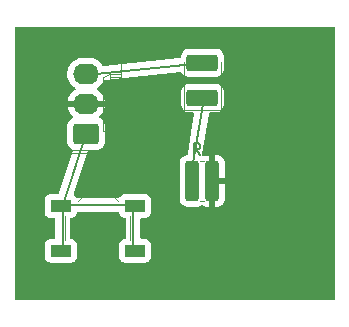
<source format=gbr>
%TF.GenerationSoftware,KiCad,Pcbnew,7.0.5*%
%TF.CreationDate,2024-03-26T08:13:49-07:00*%
%TF.ProjectId,Trial2,54726961-6c32-42e6-9b69-6361645f7063,rev?*%
%TF.SameCoordinates,Original*%
%TF.FileFunction,Profile,NP*%
%FSLAX46Y46*%
G04 Gerber Fmt 4.6, Leading zero omitted, Abs format (unit mm)*
G04 Created by KiCad (PCBNEW 7.0.5) date 2024-03-26 08:13:49*
%MOMM*%
%LPD*%
G01*
G04 APERTURE LIST*
G04 Aperture macros list*
%AMRoundRect*
0 Rectangle with rounded corners*
0 $1 Rounding radius*
0 $2 $3 $4 $5 $6 $7 $8 $9 X,Y pos of 4 corners*
0 Add a 4 corners polygon primitive as box body*
4,1,4,$2,$3,$4,$5,$6,$7,$8,$9,$2,$3,0*
0 Add four circle primitives for the rounded corners*
1,1,$1+$1,$2,$3*
1,1,$1+$1,$4,$5*
1,1,$1+$1,$6,$7*
1,1,$1+$1,$8,$9*
0 Add four rect primitives between the rounded corners*
20,1,$1+$1,$2,$3,$4,$5,0*
20,1,$1+$1,$4,$5,$6,$7,0*
20,1,$1+$1,$6,$7,$8,$9,0*
20,1,$1+$1,$8,$9,$2,$3,0*%
G04 Aperture macros list end*
%TA.AperFunction,Profile*%
%ADD10C,0.100000*%
%TD*%
%TA.AperFunction,NonConductor*%
%ADD11C,0.200000*%
%TD*%
%TA.AperFunction,SMDPad,CuDef*%
%ADD12R,1.700000X1.000000*%
%TD*%
%TA.AperFunction,SMDPad,CuDef*%
%ADD13RoundRect,0.250001X1.074999X-0.462499X1.074999X0.462499X-1.074999X0.462499X-1.074999X-0.462499X0*%
%TD*%
%TA.AperFunction,ComponentPad*%
%ADD14RoundRect,0.250000X0.845000X-0.620000X0.845000X0.620000X-0.845000X0.620000X-0.845000X-0.620000X0*%
%TD*%
%TA.AperFunction,ComponentPad*%
%ADD15O,2.190000X1.740000*%
%TD*%
%TA.AperFunction,SMDPad,CuDef*%
%ADD16RoundRect,0.250000X-0.337500X-1.450000X0.337500X-1.450000X0.337500X1.450000X-0.337500X1.450000X0*%
%TD*%
%ADD17C,0.300000*%
%ADD18C,0.150000*%
%ADD19C,0.120000*%
G04 APERTURE END LIST*
D10*
X127000000Y-102000000D02*
X154000000Y-102000000D01*
X154000000Y-125000000D01*
X127000000Y-125000000D01*
X127000000Y-102000000D01*
D11*
X137000000Y-121000000D02*
X137000000Y-117000000D01*
X133000000Y-111000000D02*
X131000000Y-117000000D01*
X142000000Y-114000000D02*
X143000000Y-108000000D01*
X131000000Y-117000000D02*
X131000000Y-121000000D01*
X143000000Y-105000000D02*
X133000000Y-106000000D01*
X143000000Y-108000000D02*
X142000000Y-108000000D01*
X137000000Y-117000000D02*
X131000000Y-117000000D01*
D12*
%TO.P,S1,1*%
%TO.N,Net-(J1-Pin_1)*%
X130850000Y-117100000D03*
X137150000Y-117100000D03*
%TO.P,S1,2*%
X130850000Y-120900000D03*
X137150000Y-120900000D03*
%TD*%
D13*
%TO.P,D1,1,K*%
%TO.N,Net-(D1-K)*%
X142837500Y-107975000D03*
%TO.P,D1,2,A*%
%TO.N,+3.3V*%
X142837500Y-105000000D03*
%TD*%
D14*
%TO.P,J1,1,Pin_1*%
%TO.N,Net-(J1-Pin_1)*%
X133000000Y-111000000D03*
D15*
%TO.P,J1,2,Pin_2*%
%TO.N,GND*%
X133000000Y-108460000D03*
%TO.P,J1,3,Pin_3*%
%TO.N,+3.3V*%
X133000000Y-105920000D03*
%TD*%
D16*
%TO.P,R1,1*%
%TO.N,Net-(D1-K)*%
X142000000Y-115000000D03*
%TO.P,R1,2*%
%TO.N,GND*%
X143675000Y-115000000D03*
%TD*%
%TA.AperFunction,Conductor*%
%TO.N,GND*%
G36*
X153942539Y-102020185D02*
G01*
X153988294Y-102072989D01*
X153999500Y-102124500D01*
X153999500Y-124875500D01*
X153979815Y-124942539D01*
X153927011Y-124988294D01*
X153875500Y-124999500D01*
X127124500Y-124999500D01*
X127057461Y-124979815D01*
X127011706Y-124927011D01*
X127000500Y-124875500D01*
X127000500Y-121447870D01*
X129499500Y-121447870D01*
X129499501Y-121447876D01*
X129505908Y-121507483D01*
X129556202Y-121642328D01*
X129556206Y-121642335D01*
X129642452Y-121757544D01*
X129642455Y-121757547D01*
X129757664Y-121843793D01*
X129757671Y-121843797D01*
X129892517Y-121894091D01*
X129892516Y-121894091D01*
X129899444Y-121894835D01*
X129952127Y-121900500D01*
X131747872Y-121900499D01*
X131807483Y-121894091D01*
X131942331Y-121843796D01*
X132057546Y-121757546D01*
X132143796Y-121642331D01*
X132194091Y-121507483D01*
X132200500Y-121447873D01*
X132200499Y-120352128D01*
X132194091Y-120292517D01*
X132143796Y-120157669D01*
X132143795Y-120157668D01*
X132143793Y-120157664D01*
X132057547Y-120042455D01*
X132057544Y-120042452D01*
X131942335Y-119956206D01*
X131942328Y-119956202D01*
X131807482Y-119905908D01*
X131807483Y-119905908D01*
X131747883Y-119899501D01*
X131747881Y-119899500D01*
X131747873Y-119899500D01*
X131747865Y-119899500D01*
X131724500Y-119899500D01*
X131657461Y-119879815D01*
X131611706Y-119827011D01*
X131600500Y-119775500D01*
X131600500Y-118224499D01*
X131620185Y-118157460D01*
X131672989Y-118111705D01*
X131724500Y-118100499D01*
X131747871Y-118100499D01*
X131747872Y-118100499D01*
X131807483Y-118094091D01*
X131942331Y-118043796D01*
X132057546Y-117957546D01*
X132143796Y-117842331D01*
X132194091Y-117707483D01*
X132194091Y-117707481D01*
X132195874Y-117699938D01*
X132198146Y-117700474D01*
X132220429Y-117646688D01*
X132277823Y-117606843D01*
X132316976Y-117600500D01*
X135683023Y-117600500D01*
X135750062Y-117620185D01*
X135795817Y-117672989D01*
X135803266Y-117700134D01*
X135804124Y-117699932D01*
X135805907Y-117707479D01*
X135856202Y-117842328D01*
X135856206Y-117842335D01*
X135942452Y-117957544D01*
X135942455Y-117957547D01*
X136057664Y-118043793D01*
X136057671Y-118043797D01*
X136102618Y-118060560D01*
X136192517Y-118094091D01*
X136252127Y-118100500D01*
X136275497Y-118100499D01*
X136342536Y-118120181D01*
X136388292Y-118172983D01*
X136399500Y-118224499D01*
X136399500Y-119775500D01*
X136379815Y-119842539D01*
X136327011Y-119888294D01*
X136275505Y-119899500D01*
X136252132Y-119899500D01*
X136252123Y-119899501D01*
X136192516Y-119905908D01*
X136057671Y-119956202D01*
X136057664Y-119956206D01*
X135942455Y-120042452D01*
X135942452Y-120042455D01*
X135856206Y-120157664D01*
X135856202Y-120157671D01*
X135805908Y-120292517D01*
X135799501Y-120352116D01*
X135799501Y-120352123D01*
X135799500Y-120352135D01*
X135799500Y-121447870D01*
X135799501Y-121447876D01*
X135805908Y-121507483D01*
X135856202Y-121642328D01*
X135856206Y-121642335D01*
X135942452Y-121757544D01*
X135942455Y-121757547D01*
X136057664Y-121843793D01*
X136057671Y-121843797D01*
X136192517Y-121894091D01*
X136192516Y-121894091D01*
X136199444Y-121894835D01*
X136252127Y-121900500D01*
X138047872Y-121900499D01*
X138107483Y-121894091D01*
X138242331Y-121843796D01*
X138357546Y-121757546D01*
X138443796Y-121642331D01*
X138494091Y-121507483D01*
X138500500Y-121447873D01*
X138500499Y-120352128D01*
X138494091Y-120292517D01*
X138443796Y-120157669D01*
X138443795Y-120157668D01*
X138443793Y-120157664D01*
X138357547Y-120042455D01*
X138357544Y-120042452D01*
X138242335Y-119956206D01*
X138242328Y-119956202D01*
X138107482Y-119905908D01*
X138107483Y-119905908D01*
X138047883Y-119899501D01*
X138047881Y-119899500D01*
X138047873Y-119899500D01*
X138047865Y-119899500D01*
X137724500Y-119899500D01*
X137657461Y-119879815D01*
X137611706Y-119827011D01*
X137600500Y-119775500D01*
X137600500Y-118224499D01*
X137620185Y-118157460D01*
X137672989Y-118111705D01*
X137724500Y-118100499D01*
X138047871Y-118100499D01*
X138047872Y-118100499D01*
X138107483Y-118094091D01*
X138242331Y-118043796D01*
X138357546Y-117957546D01*
X138443796Y-117842331D01*
X138494091Y-117707483D01*
X138500500Y-117647873D01*
X138500499Y-116552128D01*
X138494896Y-116500001D01*
X140912000Y-116500001D01*
X140912001Y-116500018D01*
X140922500Y-116602796D01*
X140922501Y-116602799D01*
X140977615Y-116769119D01*
X140977686Y-116769334D01*
X141069788Y-116918656D01*
X141193844Y-117042712D01*
X141343166Y-117134814D01*
X141509703Y-117189999D01*
X141612491Y-117200500D01*
X142387508Y-117200499D01*
X142387516Y-117200498D01*
X142387519Y-117200498D01*
X142443802Y-117194748D01*
X142490297Y-117189999D01*
X142656834Y-117134814D01*
X142772882Y-117063234D01*
X142840271Y-117044796D01*
X142903073Y-117063237D01*
X143018369Y-117134353D01*
X143018380Y-117134358D01*
X143184802Y-117189505D01*
X143184809Y-117189506D01*
X143287519Y-117199999D01*
X143424999Y-117199999D01*
X143425000Y-117199998D01*
X143425000Y-115250000D01*
X143925000Y-115250000D01*
X143925000Y-117199999D01*
X144062472Y-117199999D01*
X144062486Y-117199998D01*
X144165197Y-117189505D01*
X144331619Y-117134358D01*
X144331624Y-117134356D01*
X144480845Y-117042315D01*
X144604815Y-116918345D01*
X144696856Y-116769124D01*
X144696858Y-116769119D01*
X144752005Y-116602697D01*
X144752006Y-116602690D01*
X144762499Y-116499986D01*
X144762500Y-116499973D01*
X144762500Y-115250000D01*
X143925000Y-115250000D01*
X143425000Y-115250000D01*
X143425000Y-112800000D01*
X143925000Y-112800000D01*
X143925000Y-114750000D01*
X144762499Y-114750000D01*
X144762499Y-113500028D01*
X144762498Y-113500013D01*
X144752005Y-113397302D01*
X144696858Y-113230880D01*
X144696856Y-113230875D01*
X144604815Y-113081654D01*
X144480845Y-112957684D01*
X144331624Y-112865643D01*
X144331619Y-112865641D01*
X144165197Y-112810494D01*
X144165190Y-112810493D01*
X144062486Y-112800000D01*
X143925000Y-112800000D01*
X143425000Y-112800000D01*
X143287527Y-112800000D01*
X143287512Y-112800001D01*
X143184802Y-112810494D01*
X143018380Y-112865641D01*
X143018371Y-112865646D01*
X143004848Y-112873987D01*
X142937455Y-112892427D01*
X142870792Y-112871504D01*
X142826023Y-112817861D01*
X142817362Y-112748531D01*
X142817439Y-112748062D01*
X142823939Y-112709066D01*
X143393514Y-109291614D01*
X143423953Y-109228723D01*
X143483561Y-109192272D01*
X143515828Y-109188000D01*
X143962503Y-109188000D01*
X143962508Y-109188000D01*
X144065297Y-109177499D01*
X144231834Y-109122314D01*
X144381155Y-109030211D01*
X144505211Y-108906155D01*
X144597314Y-108756834D01*
X144652499Y-108590297D01*
X144663000Y-108487508D01*
X144663000Y-107462492D01*
X144652499Y-107359703D01*
X144597314Y-107193166D01*
X144589141Y-107179916D01*
X144505213Y-107043848D01*
X144505210Y-107043844D01*
X144381155Y-106919789D01*
X144381151Y-106919786D01*
X144231837Y-106827687D01*
X144231835Y-106827686D01*
X144148565Y-106800093D01*
X144065297Y-106772501D01*
X144065295Y-106772500D01*
X143962515Y-106762000D01*
X143962508Y-106762000D01*
X141712492Y-106762000D01*
X141712484Y-106762000D01*
X141609704Y-106772500D01*
X141609703Y-106772501D01*
X141443164Y-106827686D01*
X141443162Y-106827687D01*
X141293848Y-106919786D01*
X141293844Y-106919789D01*
X141169789Y-107043844D01*
X141169786Y-107043848D01*
X141077687Y-107193162D01*
X141077686Y-107193164D01*
X141022501Y-107359703D01*
X141022500Y-107359704D01*
X141012000Y-107462484D01*
X141012000Y-108487515D01*
X141022500Y-108590295D01*
X141022501Y-108590296D01*
X141077686Y-108756835D01*
X141077687Y-108756837D01*
X141169786Y-108906151D01*
X141169789Y-108906155D01*
X141293844Y-109030210D01*
X141293848Y-109030213D01*
X141443162Y-109122312D01*
X141443164Y-109122313D01*
X141443166Y-109122314D01*
X141609703Y-109177499D01*
X141712492Y-109188000D01*
X142046840Y-109188000D01*
X142113879Y-109207685D01*
X142159634Y-109260489D01*
X142169578Y-109329647D01*
X142169157Y-109332356D01*
X142002885Y-110329991D01*
X141606372Y-112709066D01*
X141575934Y-112771957D01*
X141516326Y-112808408D01*
X141510030Y-112809930D01*
X141509708Y-112809998D01*
X141343168Y-112865185D01*
X141343163Y-112865187D01*
X141193842Y-112957289D01*
X141069789Y-113081342D01*
X140977687Y-113230663D01*
X140977685Y-113230668D01*
X140977615Y-113230880D01*
X140922501Y-113397203D01*
X140922501Y-113397204D01*
X140922500Y-113397204D01*
X140912000Y-113499983D01*
X140912000Y-116500001D01*
X138494896Y-116500001D01*
X138494894Y-116499986D01*
X138494091Y-116492516D01*
X138443797Y-116357671D01*
X138443793Y-116357664D01*
X138357547Y-116242455D01*
X138357544Y-116242452D01*
X138242335Y-116156206D01*
X138242328Y-116156202D01*
X138107482Y-116105908D01*
X138107483Y-116105908D01*
X138047883Y-116099501D01*
X138047881Y-116099500D01*
X138047873Y-116099500D01*
X138047864Y-116099500D01*
X136252129Y-116099500D01*
X136252123Y-116099501D01*
X136192516Y-116105908D01*
X136057671Y-116156202D01*
X136057664Y-116156206D01*
X135942456Y-116242452D01*
X135942455Y-116242453D01*
X135942454Y-116242454D01*
X135862087Y-116349811D01*
X135806153Y-116391682D01*
X135762820Y-116399500D01*
X132237180Y-116399500D01*
X132170141Y-116379815D01*
X132137913Y-116349811D01*
X132057546Y-116242454D01*
X131991469Y-116192988D01*
X131949599Y-116137056D01*
X131944615Y-116067364D01*
X131948139Y-116054528D01*
X133147886Y-112455286D01*
X133187760Y-112397912D01*
X133252324Y-112371204D01*
X133265523Y-112370499D01*
X133895002Y-112370499D01*
X133895008Y-112370499D01*
X133997797Y-112359999D01*
X134164334Y-112304814D01*
X134313656Y-112212712D01*
X134437712Y-112088656D01*
X134529814Y-111939334D01*
X134584999Y-111772797D01*
X134595500Y-111670009D01*
X134595499Y-110329992D01*
X134584999Y-110227203D01*
X134529814Y-110060666D01*
X134437712Y-109911344D01*
X134313656Y-109787288D01*
X134164334Y-109695186D01*
X134164332Y-109695185D01*
X134164330Y-109695184D01*
X134161574Y-109693899D01*
X134160000Y-109692513D01*
X134158187Y-109691395D01*
X134158378Y-109691085D01*
X134109135Y-109647727D01*
X134089983Y-109580533D01*
X134110199Y-109513652D01*
X134128179Y-109491994D01*
X134257139Y-109368396D01*
X134257140Y-109368395D01*
X134395810Y-109180902D01*
X134500803Y-108972661D01*
X134569093Y-108749670D01*
X134574173Y-108710000D01*
X133540470Y-108710000D01*
X133579685Y-108615326D01*
X133600134Y-108460000D01*
X133579685Y-108304674D01*
X133540470Y-108210000D01*
X134572576Y-108210000D01*
X134572575Y-108209999D01*
X134539683Y-108057380D01*
X134539683Y-108057379D01*
X134452732Y-107840994D01*
X134330458Y-107642407D01*
X134176382Y-107467343D01*
X134176378Y-107467339D01*
X133994945Y-107320842D01*
X133994935Y-107320835D01*
X133954433Y-107298209D01*
X133905507Y-107248329D01*
X133891315Y-107179916D01*
X133916363Y-107114691D01*
X133945469Y-107087222D01*
X134089088Y-106990153D01*
X134257516Y-106828728D01*
X134396240Y-106641161D01*
X134459726Y-106515242D01*
X134507484Y-106464244D01*
X134558109Y-106447683D01*
X141008594Y-105802635D01*
X141077258Y-105815552D01*
X141126467Y-105860920D01*
X141169787Y-105931151D01*
X141169790Y-105931156D01*
X141293844Y-106055210D01*
X141293848Y-106055213D01*
X141443162Y-106147312D01*
X141443164Y-106147313D01*
X141443166Y-106147314D01*
X141609703Y-106202499D01*
X141712492Y-106213000D01*
X141712497Y-106213000D01*
X143962503Y-106213000D01*
X143962508Y-106213000D01*
X144065297Y-106202499D01*
X144231834Y-106147314D01*
X144381155Y-106055211D01*
X144505211Y-105931155D01*
X144597314Y-105781834D01*
X144652499Y-105615297D01*
X144663000Y-105512508D01*
X144663000Y-104487492D01*
X144652499Y-104384703D01*
X144597314Y-104218166D01*
X144505211Y-104068845D01*
X144381155Y-103944789D01*
X144381151Y-103944786D01*
X144231837Y-103852687D01*
X144231835Y-103852686D01*
X144148565Y-103825093D01*
X144065297Y-103797501D01*
X144065295Y-103797500D01*
X143962515Y-103787000D01*
X143962508Y-103787000D01*
X141712492Y-103787000D01*
X141712484Y-103787000D01*
X141609704Y-103797500D01*
X141609703Y-103797501D01*
X141443164Y-103852686D01*
X141443162Y-103852687D01*
X141293848Y-103944786D01*
X141293844Y-103944789D01*
X141169789Y-104068844D01*
X141169786Y-104068848D01*
X141077687Y-104218162D01*
X141077686Y-104218164D01*
X141022501Y-104384703D01*
X141022500Y-104384704D01*
X141011997Y-104487512D01*
X141011901Y-104489407D01*
X141011764Y-104489797D01*
X141011679Y-104490633D01*
X141011479Y-104490612D01*
X140988821Y-104555355D01*
X140933751Y-104598355D01*
X140900401Y-104606464D01*
X134501655Y-105246338D01*
X134432990Y-105233421D01*
X134383728Y-105187968D01*
X134361499Y-105151867D01*
X134330862Y-105102109D01*
X134176731Y-104926982D01*
X134176729Y-104926980D01*
X134176726Y-104926977D01*
X133995226Y-104780426D01*
X133995220Y-104780421D01*
X133791554Y-104666646D01*
X133571591Y-104588929D01*
X133571586Y-104588927D01*
X133571584Y-104588927D01*
X133571580Y-104588926D01*
X133571579Y-104588926D01*
X133341655Y-104549500D01*
X133341647Y-104549500D01*
X132716784Y-104549500D01*
X132716765Y-104549500D01*
X132542553Y-104564328D01*
X132542551Y-104564329D01*
X132316781Y-104623114D01*
X132104197Y-104719208D01*
X131910911Y-104849847D01*
X131910909Y-104849849D01*
X131742483Y-105011272D01*
X131742482Y-105011273D01*
X131603762Y-105198834D01*
X131498733Y-105407147D01*
X131498730Y-105407153D01*
X131430416Y-105630223D01*
X131400784Y-105861624D01*
X131410685Y-106094700D01*
X131410686Y-106094709D01*
X131459836Y-106322766D01*
X131459837Y-106322769D01*
X131510032Y-106447683D01*
X131546821Y-106539235D01*
X131669138Y-106737891D01*
X131749083Y-106828726D01*
X131823270Y-106913019D01*
X131823273Y-106913022D01*
X132004773Y-107059573D01*
X132004779Y-107059578D01*
X132045590Y-107082376D01*
X132094517Y-107132256D01*
X132108709Y-107200669D01*
X132083661Y-107265895D01*
X132054553Y-107293365D01*
X131911228Y-107390235D01*
X131742860Y-107551603D01*
X131742859Y-107551604D01*
X131604189Y-107739097D01*
X131499196Y-107947338D01*
X131430906Y-108170329D01*
X131425826Y-108209999D01*
X131425827Y-108210000D01*
X132459530Y-108210000D01*
X132420315Y-108304674D01*
X132399866Y-108460000D01*
X132420315Y-108615326D01*
X132459530Y-108710000D01*
X131427424Y-108710000D01*
X131460316Y-108862619D01*
X131460316Y-108862620D01*
X131547267Y-109079005D01*
X131669541Y-109277592D01*
X131823617Y-109452656D01*
X131823621Y-109452660D01*
X131863796Y-109485099D01*
X131903589Y-109542529D01*
X131906016Y-109612357D01*
X131870305Y-109672411D01*
X131838300Y-109693958D01*
X131835667Y-109695185D01*
X131686342Y-109787289D01*
X131562289Y-109911342D01*
X131470187Y-110060663D01*
X131470185Y-110060666D01*
X131470186Y-110060666D01*
X131415001Y-110227203D01*
X131415001Y-110227204D01*
X131415000Y-110227204D01*
X131404500Y-110329983D01*
X131404500Y-111670001D01*
X131404501Y-111670018D01*
X131415000Y-111772796D01*
X131415001Y-111772799D01*
X131470185Y-111939331D01*
X131470186Y-111939334D01*
X131562288Y-112088656D01*
X131686344Y-112212712D01*
X131832035Y-112302574D01*
X131878759Y-112354522D01*
X131889982Y-112423485D01*
X131884575Y-112447325D01*
X130695446Y-116014712D01*
X130655572Y-116072087D01*
X130591008Y-116098795D01*
X130577809Y-116099500D01*
X129952129Y-116099500D01*
X129952123Y-116099501D01*
X129892516Y-116105908D01*
X129757671Y-116156202D01*
X129757664Y-116156206D01*
X129642455Y-116242452D01*
X129642452Y-116242455D01*
X129556206Y-116357664D01*
X129556202Y-116357671D01*
X129505908Y-116492517D01*
X129499501Y-116552116D01*
X129499501Y-116552123D01*
X129499500Y-116552135D01*
X129499500Y-117647870D01*
X129499501Y-117647876D01*
X129505908Y-117707483D01*
X129556202Y-117842328D01*
X129556206Y-117842335D01*
X129642452Y-117957544D01*
X129642455Y-117957547D01*
X129757664Y-118043793D01*
X129757671Y-118043797D01*
X129802618Y-118060560D01*
X129892517Y-118094091D01*
X129952127Y-118100500D01*
X130275500Y-118100499D01*
X130342539Y-118120183D01*
X130388294Y-118172987D01*
X130399500Y-118224499D01*
X130399499Y-119775500D01*
X130379814Y-119842540D01*
X130327010Y-119888294D01*
X130275499Y-119899500D01*
X129952130Y-119899500D01*
X129952123Y-119899501D01*
X129892516Y-119905908D01*
X129757671Y-119956202D01*
X129757664Y-119956206D01*
X129642455Y-120042452D01*
X129642452Y-120042455D01*
X129556206Y-120157664D01*
X129556202Y-120157671D01*
X129505908Y-120292517D01*
X129499501Y-120352116D01*
X129499501Y-120352123D01*
X129499500Y-120352135D01*
X129499500Y-121447870D01*
X127000500Y-121447870D01*
X127000500Y-102124500D01*
X127020185Y-102057461D01*
X127072989Y-102011706D01*
X127124500Y-102000500D01*
X153875500Y-102000500D01*
X153942539Y-102020185D01*
G37*
%TD.AperFunction*%
%TD*%
D17*
X152529171Y-103840225D02*
X152529171Y-104125939D01*
X152529171Y-104125939D02*
X152457742Y-104268796D01*
X152457742Y-104268796D02*
X152314885Y-104411653D01*
X152314885Y-104411653D02*
X152029171Y-104483082D01*
X152029171Y-104483082D02*
X151529171Y-104483082D01*
X151529171Y-104483082D02*
X151243457Y-104411653D01*
X151243457Y-104411653D02*
X151100600Y-104268796D01*
X151100600Y-104268796D02*
X151029171Y-104125939D01*
X151029171Y-104125939D02*
X151029171Y-103840225D01*
X151029171Y-103840225D02*
X151100600Y-103697368D01*
X151100600Y-103697368D02*
X151243457Y-103554510D01*
X151243457Y-103554510D02*
X151529171Y-103483082D01*
X151529171Y-103483082D02*
X152029171Y-103483082D01*
X152029171Y-103483082D02*
X152314885Y-103554510D01*
X152314885Y-103554510D02*
X152457742Y-103697368D01*
X152457742Y-103697368D02*
X152529171Y-103840225D01*
X152029171Y-105125939D02*
X151029171Y-105125939D01*
X151886314Y-105125939D02*
X151957742Y-105197368D01*
X151957742Y-105197368D02*
X152029171Y-105340225D01*
X152029171Y-105340225D02*
X152029171Y-105554511D01*
X152029171Y-105554511D02*
X151957742Y-105697368D01*
X151957742Y-105697368D02*
X151814885Y-105768797D01*
X151814885Y-105768797D02*
X151029171Y-105768797D01*
X152529171Y-107911654D02*
X152529171Y-108197368D01*
X152529171Y-108197368D02*
X152457742Y-108340225D01*
X152457742Y-108340225D02*
X152314885Y-108483082D01*
X152314885Y-108483082D02*
X152029171Y-108554511D01*
X152029171Y-108554511D02*
X151529171Y-108554511D01*
X151529171Y-108554511D02*
X151243457Y-108483082D01*
X151243457Y-108483082D02*
X151100600Y-108340225D01*
X151100600Y-108340225D02*
X151029171Y-108197368D01*
X151029171Y-108197368D02*
X151029171Y-107911654D01*
X151029171Y-107911654D02*
X151100600Y-107768797D01*
X151100600Y-107768797D02*
X151243457Y-107625939D01*
X151243457Y-107625939D02*
X151529171Y-107554511D01*
X151529171Y-107554511D02*
X152029171Y-107554511D01*
X152029171Y-107554511D02*
X152314885Y-107625939D01*
X152314885Y-107625939D02*
X152457742Y-107768797D01*
X152457742Y-107768797D02*
X152529171Y-107911654D01*
X152029171Y-108983083D02*
X152029171Y-109554511D01*
X151029171Y-109197368D02*
X152314885Y-109197368D01*
X152314885Y-109197368D02*
X152457742Y-109268797D01*
X152457742Y-109268797D02*
X152529171Y-109411654D01*
X152529171Y-109411654D02*
X152529171Y-109554511D01*
X152029171Y-109840226D02*
X152029171Y-110411654D01*
X151029171Y-110054511D02*
X152314885Y-110054511D01*
X152314885Y-110054511D02*
X152457742Y-110125940D01*
X152457742Y-110125940D02*
X152529171Y-110268797D01*
X152529171Y-110268797D02*
X152529171Y-110411654D01*
X151029171Y-112268797D02*
X151100600Y-112125940D01*
X151100600Y-112125940D02*
X151243457Y-112054511D01*
X151243457Y-112054511D02*
X152529171Y-112054511D01*
X151029171Y-113483083D02*
X151814885Y-113483083D01*
X151814885Y-113483083D02*
X151957742Y-113411654D01*
X151957742Y-113411654D02*
X152029171Y-113268797D01*
X152029171Y-113268797D02*
X152029171Y-112983083D01*
X152029171Y-112983083D02*
X151957742Y-112840225D01*
X151100600Y-113483083D02*
X151029171Y-113340225D01*
X151029171Y-113340225D02*
X151029171Y-112983083D01*
X151029171Y-112983083D02*
X151100600Y-112840225D01*
X151100600Y-112840225D02*
X151243457Y-112768797D01*
X151243457Y-112768797D02*
X151386314Y-112768797D01*
X151386314Y-112768797D02*
X151529171Y-112840225D01*
X151529171Y-112840225D02*
X151600600Y-112983083D01*
X151600600Y-112983083D02*
X151600600Y-113340225D01*
X151600600Y-113340225D02*
X151672028Y-113483083D01*
X151029171Y-114197368D02*
X152029171Y-114197368D01*
X151886314Y-114197368D02*
X151957742Y-114268797D01*
X151957742Y-114268797D02*
X152029171Y-114411654D01*
X152029171Y-114411654D02*
X152029171Y-114625940D01*
X152029171Y-114625940D02*
X151957742Y-114768797D01*
X151957742Y-114768797D02*
X151814885Y-114840226D01*
X151814885Y-114840226D02*
X151029171Y-114840226D01*
X151814885Y-114840226D02*
X151957742Y-114911654D01*
X151957742Y-114911654D02*
X152029171Y-115054511D01*
X152029171Y-115054511D02*
X152029171Y-115268797D01*
X152029171Y-115268797D02*
X151957742Y-115411654D01*
X151957742Y-115411654D02*
X151814885Y-115483083D01*
X151814885Y-115483083D02*
X151029171Y-115483083D01*
X152029171Y-116197368D02*
X150529171Y-116197368D01*
X151957742Y-116197368D02*
X152029171Y-116340226D01*
X152029171Y-116340226D02*
X152029171Y-116625940D01*
X152029171Y-116625940D02*
X151957742Y-116768797D01*
X151957742Y-116768797D02*
X151886314Y-116840226D01*
X151886314Y-116840226D02*
X151743457Y-116911654D01*
X151743457Y-116911654D02*
X151314885Y-116911654D01*
X151314885Y-116911654D02*
X151172028Y-116840226D01*
X151172028Y-116840226D02*
X151100600Y-116768797D01*
X151100600Y-116768797D02*
X151029171Y-116625940D01*
X151029171Y-116625940D02*
X151029171Y-116340226D01*
X151029171Y-116340226D02*
X151100600Y-116197368D01*
X152029171Y-118554511D02*
X151029171Y-118911654D01*
X151029171Y-118911654D02*
X152029171Y-119268797D01*
X152386314Y-119768797D02*
X152457742Y-119840225D01*
X152457742Y-119840225D02*
X152529171Y-119983083D01*
X152529171Y-119983083D02*
X152529171Y-120340225D01*
X152529171Y-120340225D02*
X152457742Y-120483083D01*
X152457742Y-120483083D02*
X152386314Y-120554511D01*
X152386314Y-120554511D02*
X152243457Y-120625940D01*
X152243457Y-120625940D02*
X152100600Y-120625940D01*
X152100600Y-120625940D02*
X151886314Y-120554511D01*
X151886314Y-120554511D02*
X151029171Y-119697368D01*
X151029171Y-119697368D02*
X151029171Y-120625940D01*
X149971314Y-103483082D02*
X150042742Y-103554510D01*
X150042742Y-103554510D02*
X150114171Y-103697368D01*
X150114171Y-103697368D02*
X150114171Y-104054510D01*
X150114171Y-104054510D02*
X150042742Y-104197368D01*
X150042742Y-104197368D02*
X149971314Y-104268796D01*
X149971314Y-104268796D02*
X149828457Y-104340225D01*
X149828457Y-104340225D02*
X149685600Y-104340225D01*
X149685600Y-104340225D02*
X149471314Y-104268796D01*
X149471314Y-104268796D02*
X148614171Y-103411653D01*
X148614171Y-103411653D02*
X148614171Y-104340225D01*
X150114171Y-105268796D02*
X150114171Y-105411653D01*
X150114171Y-105411653D02*
X150042742Y-105554510D01*
X150042742Y-105554510D02*
X149971314Y-105625939D01*
X149971314Y-105625939D02*
X149828457Y-105697367D01*
X149828457Y-105697367D02*
X149542742Y-105768796D01*
X149542742Y-105768796D02*
X149185600Y-105768796D01*
X149185600Y-105768796D02*
X148899885Y-105697367D01*
X148899885Y-105697367D02*
X148757028Y-105625939D01*
X148757028Y-105625939D02*
X148685600Y-105554510D01*
X148685600Y-105554510D02*
X148614171Y-105411653D01*
X148614171Y-105411653D02*
X148614171Y-105268796D01*
X148614171Y-105268796D02*
X148685600Y-105125939D01*
X148685600Y-105125939D02*
X148757028Y-105054510D01*
X148757028Y-105054510D02*
X148899885Y-104983081D01*
X148899885Y-104983081D02*
X149185600Y-104911653D01*
X149185600Y-104911653D02*
X149542742Y-104911653D01*
X149542742Y-104911653D02*
X149828457Y-104983081D01*
X149828457Y-104983081D02*
X149971314Y-105054510D01*
X149971314Y-105054510D02*
X150042742Y-105125939D01*
X150042742Y-105125939D02*
X150114171Y-105268796D01*
X149971314Y-106340224D02*
X150042742Y-106411652D01*
X150042742Y-106411652D02*
X150114171Y-106554510D01*
X150114171Y-106554510D02*
X150114171Y-106911652D01*
X150114171Y-106911652D02*
X150042742Y-107054510D01*
X150042742Y-107054510D02*
X149971314Y-107125938D01*
X149971314Y-107125938D02*
X149828457Y-107197367D01*
X149828457Y-107197367D02*
X149685600Y-107197367D01*
X149685600Y-107197367D02*
X149471314Y-107125938D01*
X149471314Y-107125938D02*
X148614171Y-106268795D01*
X148614171Y-106268795D02*
X148614171Y-107197367D01*
X149614171Y-108483081D02*
X148614171Y-108483081D01*
X150185600Y-108125938D02*
X149114171Y-107768795D01*
X149114171Y-107768795D02*
X149114171Y-108697366D01*
X150114171Y-109554509D02*
X150114171Y-109697366D01*
X150114171Y-109697366D02*
X150042742Y-109840223D01*
X150042742Y-109840223D02*
X149971314Y-109911652D01*
X149971314Y-109911652D02*
X149828457Y-109983080D01*
X149828457Y-109983080D02*
X149542742Y-110054509D01*
X149542742Y-110054509D02*
X149185600Y-110054509D01*
X149185600Y-110054509D02*
X148899885Y-109983080D01*
X148899885Y-109983080D02*
X148757028Y-109911652D01*
X148757028Y-109911652D02*
X148685600Y-109840223D01*
X148685600Y-109840223D02*
X148614171Y-109697366D01*
X148614171Y-109697366D02*
X148614171Y-109554509D01*
X148614171Y-109554509D02*
X148685600Y-109411652D01*
X148685600Y-109411652D02*
X148757028Y-109340223D01*
X148757028Y-109340223D02*
X148899885Y-109268794D01*
X148899885Y-109268794D02*
X149185600Y-109197366D01*
X149185600Y-109197366D02*
X149542742Y-109197366D01*
X149542742Y-109197366D02*
X149828457Y-109268794D01*
X149828457Y-109268794D02*
X149971314Y-109340223D01*
X149971314Y-109340223D02*
X150042742Y-109411652D01*
X150042742Y-109411652D02*
X150114171Y-109554509D01*
X150114171Y-110554508D02*
X150114171Y-111483080D01*
X150114171Y-111483080D02*
X149542742Y-110983080D01*
X149542742Y-110983080D02*
X149542742Y-111197365D01*
X149542742Y-111197365D02*
X149471314Y-111340223D01*
X149471314Y-111340223D02*
X149399885Y-111411651D01*
X149399885Y-111411651D02*
X149257028Y-111483080D01*
X149257028Y-111483080D02*
X148899885Y-111483080D01*
X148899885Y-111483080D02*
X148757028Y-111411651D01*
X148757028Y-111411651D02*
X148685600Y-111340223D01*
X148685600Y-111340223D02*
X148614171Y-111197365D01*
X148614171Y-111197365D02*
X148614171Y-110768794D01*
X148614171Y-110768794D02*
X148685600Y-110625937D01*
X148685600Y-110625937D02*
X148757028Y-110554508D01*
X149971314Y-112054508D02*
X150042742Y-112125936D01*
X150042742Y-112125936D02*
X150114171Y-112268794D01*
X150114171Y-112268794D02*
X150114171Y-112625936D01*
X150114171Y-112625936D02*
X150042742Y-112768794D01*
X150042742Y-112768794D02*
X149971314Y-112840222D01*
X149971314Y-112840222D02*
X149828457Y-112911651D01*
X149828457Y-112911651D02*
X149685600Y-112911651D01*
X149685600Y-112911651D02*
X149471314Y-112840222D01*
X149471314Y-112840222D02*
X148614171Y-111983079D01*
X148614171Y-111983079D02*
X148614171Y-112911651D01*
X149614171Y-114197365D02*
X148614171Y-114197365D01*
X150185600Y-113840222D02*
X149114171Y-113483079D01*
X149114171Y-113483079D02*
X149114171Y-114411650D01*
X146270600Y-103483082D02*
X146199171Y-103697368D01*
X146199171Y-103697368D02*
X146199171Y-104054510D01*
X146199171Y-104054510D02*
X146270600Y-104197368D01*
X146270600Y-104197368D02*
X146342028Y-104268796D01*
X146342028Y-104268796D02*
X146484885Y-104340225D01*
X146484885Y-104340225D02*
X146627742Y-104340225D01*
X146627742Y-104340225D02*
X146770600Y-104268796D01*
X146770600Y-104268796D02*
X146842028Y-104197368D01*
X146842028Y-104197368D02*
X146913457Y-104054510D01*
X146913457Y-104054510D02*
X146984885Y-103768796D01*
X146984885Y-103768796D02*
X147056314Y-103625939D01*
X147056314Y-103625939D02*
X147127742Y-103554510D01*
X147127742Y-103554510D02*
X147270600Y-103483082D01*
X147270600Y-103483082D02*
X147413457Y-103483082D01*
X147413457Y-103483082D02*
X147556314Y-103554510D01*
X147556314Y-103554510D02*
X147627742Y-103625939D01*
X147627742Y-103625939D02*
X147699171Y-103768796D01*
X147699171Y-103768796D02*
X147699171Y-104125939D01*
X147699171Y-104125939D02*
X147627742Y-104340225D01*
X146199171Y-104983081D02*
X147699171Y-104983081D01*
X147699171Y-104983081D02*
X146199171Y-105840224D01*
X146199171Y-105840224D02*
X147699171Y-105840224D01*
X146342028Y-106554510D02*
X146270600Y-106625939D01*
X146270600Y-106625939D02*
X146199171Y-106554510D01*
X146199171Y-106554510D02*
X146270600Y-106483082D01*
X146270600Y-106483082D02*
X146342028Y-106554510D01*
X146342028Y-106554510D02*
X146199171Y-106554510D01*
X147127742Y-106554510D02*
X147056314Y-106625939D01*
X147056314Y-106625939D02*
X146984885Y-106554510D01*
X146984885Y-106554510D02*
X147056314Y-106483082D01*
X147056314Y-106483082D02*
X147127742Y-106554510D01*
X147127742Y-106554510D02*
X146984885Y-106554510D01*
X146056314Y-106911654D02*
X146056314Y-108054511D01*
X146056314Y-108054511D02*
X146056314Y-109197368D01*
X146056314Y-109197368D02*
X146056314Y-110340225D01*
X146056314Y-110340225D02*
X146056314Y-111483082D01*
X146056314Y-111483082D02*
X146056314Y-112625939D01*
X146056314Y-112625939D02*
X146056314Y-113768796D01*
X146056314Y-113768796D02*
X146056314Y-114911653D01*
X146056314Y-114911653D02*
X146056314Y-116054510D01*
X146056314Y-116054510D02*
X146056314Y-117197367D01*
X146056314Y-117197367D02*
X146056314Y-118340224D01*
X146056314Y-118340224D02*
X146056314Y-119483081D01*
D18*
%TO.C,S1*%
X133238095Y-115407200D02*
X133380952Y-115454819D01*
X133380952Y-115454819D02*
X133619047Y-115454819D01*
X133619047Y-115454819D02*
X133714285Y-115407200D01*
X133714285Y-115407200D02*
X133761904Y-115359580D01*
X133761904Y-115359580D02*
X133809523Y-115264342D01*
X133809523Y-115264342D02*
X133809523Y-115169104D01*
X133809523Y-115169104D02*
X133761904Y-115073866D01*
X133761904Y-115073866D02*
X133714285Y-115026247D01*
X133714285Y-115026247D02*
X133619047Y-114978628D01*
X133619047Y-114978628D02*
X133428571Y-114931009D01*
X133428571Y-114931009D02*
X133333333Y-114883390D01*
X133333333Y-114883390D02*
X133285714Y-114835771D01*
X133285714Y-114835771D02*
X133238095Y-114740533D01*
X133238095Y-114740533D02*
X133238095Y-114645295D01*
X133238095Y-114645295D02*
X133285714Y-114550057D01*
X133285714Y-114550057D02*
X133333333Y-114502438D01*
X133333333Y-114502438D02*
X133428571Y-114454819D01*
X133428571Y-114454819D02*
X133666666Y-114454819D01*
X133666666Y-114454819D02*
X133809523Y-114502438D01*
X134761904Y-115454819D02*
X134190476Y-115454819D01*
X134476190Y-115454819D02*
X134476190Y-114454819D01*
X134476190Y-114454819D02*
X134380952Y-114597676D01*
X134380952Y-114597676D02*
X134285714Y-114692914D01*
X134285714Y-114692914D02*
X134190476Y-114740533D01*
%TO.C,D1*%
X142099405Y-103454819D02*
X142099405Y-102454819D01*
X142099405Y-102454819D02*
X142337500Y-102454819D01*
X142337500Y-102454819D02*
X142480357Y-102502438D01*
X142480357Y-102502438D02*
X142575595Y-102597676D01*
X142575595Y-102597676D02*
X142623214Y-102692914D01*
X142623214Y-102692914D02*
X142670833Y-102883390D01*
X142670833Y-102883390D02*
X142670833Y-103026247D01*
X142670833Y-103026247D02*
X142623214Y-103216723D01*
X142623214Y-103216723D02*
X142575595Y-103311961D01*
X142575595Y-103311961D02*
X142480357Y-103407200D01*
X142480357Y-103407200D02*
X142337500Y-103454819D01*
X142337500Y-103454819D02*
X142099405Y-103454819D01*
X143623214Y-103454819D02*
X143051786Y-103454819D01*
X143337500Y-103454819D02*
X143337500Y-102454819D01*
X143337500Y-102454819D02*
X143242262Y-102597676D01*
X143242262Y-102597676D02*
X143147024Y-102692914D01*
X143147024Y-102692914D02*
X143051786Y-102740533D01*
%TO.C,J1*%
X132666666Y-102454819D02*
X132666666Y-103169104D01*
X132666666Y-103169104D02*
X132619047Y-103311961D01*
X132619047Y-103311961D02*
X132523809Y-103407200D01*
X132523809Y-103407200D02*
X132380952Y-103454819D01*
X132380952Y-103454819D02*
X132285714Y-103454819D01*
X133666666Y-103454819D02*
X133095238Y-103454819D01*
X133380952Y-103454819D02*
X133380952Y-102454819D01*
X133380952Y-102454819D02*
X133285714Y-102597676D01*
X133285714Y-102597676D02*
X133190476Y-102692914D01*
X133190476Y-102692914D02*
X133095238Y-102740533D01*
%TO.C,R1*%
X142670833Y-112804819D02*
X142337500Y-112328628D01*
X142099405Y-112804819D02*
X142099405Y-111804819D01*
X142099405Y-111804819D02*
X142480357Y-111804819D01*
X142480357Y-111804819D02*
X142575595Y-111852438D01*
X142575595Y-111852438D02*
X142623214Y-111900057D01*
X142623214Y-111900057D02*
X142670833Y-111995295D01*
X142670833Y-111995295D02*
X142670833Y-112138152D01*
X142670833Y-112138152D02*
X142623214Y-112233390D01*
X142623214Y-112233390D02*
X142575595Y-112281009D01*
X142575595Y-112281009D02*
X142480357Y-112328628D01*
X142480357Y-112328628D02*
X142099405Y-112328628D01*
X143623214Y-112804819D02*
X143051786Y-112804819D01*
X143337500Y-112804819D02*
X143337500Y-111804819D01*
X143337500Y-111804819D02*
X143242262Y-111947676D01*
X143242262Y-111947676D02*
X143147024Y-112042914D01*
X143147024Y-112042914D02*
X143051786Y-112090533D01*
D19*
%TO.C,S1*%
X131250000Y-118000000D02*
X131250000Y-120000000D01*
X132300000Y-116700000D02*
X132750000Y-116250000D01*
X132300000Y-121300000D02*
X132750000Y-121750000D01*
X132750000Y-116250000D02*
X135250000Y-116250000D01*
X132750000Y-121750000D02*
X135250000Y-121750000D01*
X135700000Y-116700000D02*
X135250000Y-116250000D01*
X135700000Y-121300000D02*
X135250000Y-121750000D01*
X136750000Y-118000000D02*
X136750000Y-120000000D01*
%TO.C,D1*%
X141252500Y-108947500D02*
X144422500Y-108947500D01*
X144422500Y-108947500D02*
X144422500Y-104887500D01*
X141252500Y-104887500D02*
X141252500Y-108947500D01*
%TO.C,J1*%
X131000000Y-112670000D02*
X135000000Y-112670000D01*
X129970000Y-112380000D02*
X135990000Y-112380000D01*
X135990000Y-112380000D02*
X135990000Y-104540000D01*
X129970000Y-111800000D02*
X130570000Y-111800000D01*
X130570000Y-111800000D02*
X130570000Y-110200000D01*
X134990000Y-111000000D02*
X134460000Y-110750000D01*
X134990000Y-111000000D02*
X134990000Y-105920000D01*
X135990000Y-111000000D02*
X134990000Y-111000000D01*
X134460000Y-110750000D02*
X134460000Y-106170000D01*
X135990000Y-110750000D02*
X134990000Y-110750000D01*
X130570000Y-110200000D02*
X129970000Y-110200000D01*
X129970000Y-109260000D02*
X130570000Y-109260000D01*
X130570000Y-109260000D02*
X130570000Y-107660000D01*
X130570000Y-107660000D02*
X129970000Y-107660000D01*
X129970000Y-106720000D02*
X130570000Y-106720000D01*
X130570000Y-106720000D02*
X130570000Y-105120000D01*
X134460000Y-106170000D02*
X134990000Y-105920000D01*
X135990000Y-106170000D02*
X134990000Y-106170000D01*
X134990000Y-105920000D02*
X135990000Y-105920000D01*
X130570000Y-105120000D02*
X129970000Y-105120000D01*
X129970000Y-104540000D02*
X129970000Y-112380000D01*
X135990000Y-104540000D02*
X129970000Y-104540000D01*
%TO.C,R1*%
X142654517Y-113290000D02*
X143020483Y-113290000D01*
X142654517Y-116710000D02*
X143020483Y-116710000D01*
%TD*%
M02*

</source>
